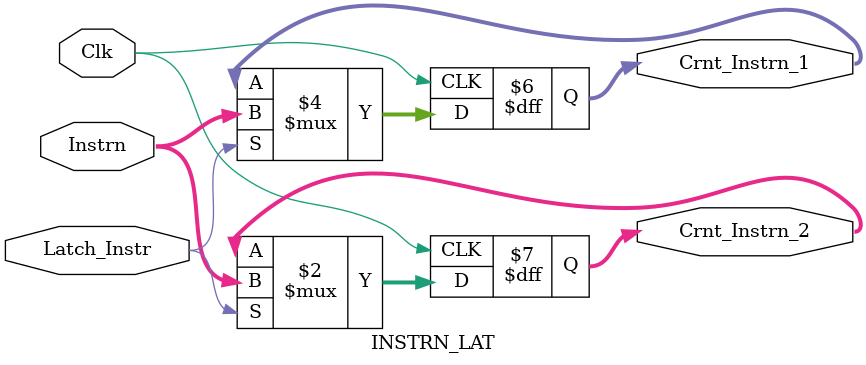
<source format=v>

module INSTRN_LAT (
	Clk,
	Instrn,
	Latch_Instr,
	Crnt_Instrn_1,
	Crnt_Instrn_2
);

input		Clk;		// CPU Clock
input [31:0]	Instrn;		// Instrn for 
input		Latch_Instr;	// Enable for latching instruction
output [31:0]	Crnt_Instrn_1;
output [31:0]	Crnt_Instrn_2;	// Instrn under/about to be processed

reg [31:0]	Crnt_Instrn_1;
reg [31:0]	Crnt_Instrn_2;

always @ (posedge Clk)
begin
  if (Latch_Instr) begin
    Crnt_Instrn_1 <= Instrn;
    Crnt_Instrn_2 <= Instrn;
  end
end

endmodule

</source>
